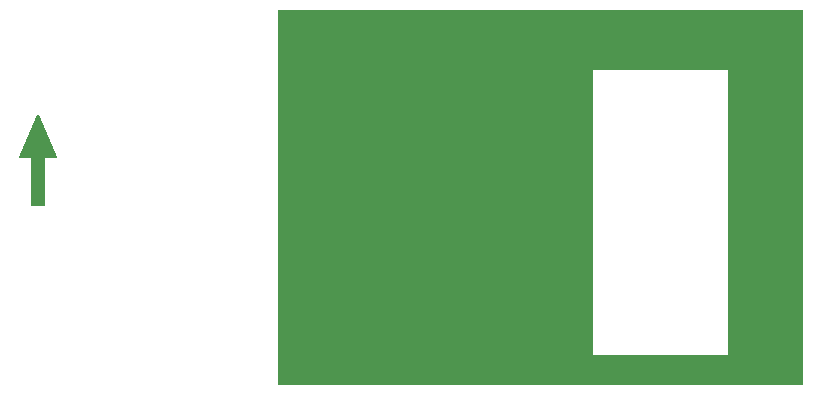
<source format=gts>
%TF.GenerationSoftware,KiCad,Pcbnew,(6.0.5)*%
%TF.CreationDate,2022-10-23T19:39:55-05:00*%
%TF.ProjectId,floppy-console,666c6f70-7079-42d6-936f-6e736f6c652e,rev?*%
%TF.SameCoordinates,Original*%
%TF.FileFunction,Soldermask,Top*%
%TF.FilePolarity,Negative*%
%FSLAX46Y46*%
G04 Gerber Fmt 4.6, Leading zero omitted, Abs format (unit mm)*
G04 Created by KiCad (PCBNEW (6.0.5)) date 2022-10-23 19:39:55*
%MOMM*%
%LPD*%
G01*
G04 APERTURE LIST*
%ADD10C,0.150000*%
%ADD11C,0.000000*%
G04 APERTURE END LIST*
D10*
G36*
X105664000Y-63246000D02*
G01*
X104648000Y-63246000D01*
X104648000Y-67310000D01*
X103632000Y-67310000D01*
X103632000Y-63246000D01*
X102616000Y-63246000D01*
X104140000Y-59690000D01*
X105664000Y-63246000D01*
G37*
X105664000Y-63246000D02*
X104648000Y-63246000D01*
X104648000Y-67310000D01*
X103632000Y-67310000D01*
X103632000Y-63246000D01*
X102616000Y-63246000D01*
X104140000Y-59690000D01*
X105664000Y-63246000D01*
G36*
X151130000Y-50800000D02*
G01*
X124460000Y-50800000D01*
X124460000Y-82550000D01*
X151130000Y-82550000D01*
X151130000Y-50800000D01*
G37*
D11*
G36*
X168910000Y-82550000D02*
G01*
X151130000Y-82550000D01*
X151130000Y-80010000D01*
X162560000Y-80010000D01*
X162560000Y-55880000D01*
X151130000Y-55880000D01*
X151130000Y-50800000D01*
X168910000Y-50800000D01*
X168910000Y-82550000D01*
G37*
M02*

</source>
